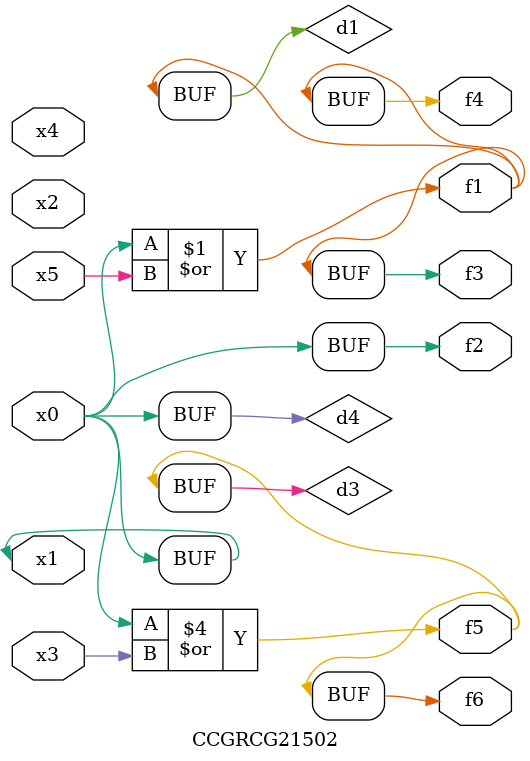
<source format=v>
module CCGRCG21502(
	input x0, x1, x2, x3, x4, x5,
	output f1, f2, f3, f4, f5, f6
);

	wire d1, d2, d3, d4;

	or (d1, x0, x5);
	xnor (d2, x1, x4);
	or (d3, x0, x3);
	buf (d4, x0, x1);
	assign f1 = d1;
	assign f2 = d4;
	assign f3 = d1;
	assign f4 = d1;
	assign f5 = d3;
	assign f6 = d3;
endmodule

</source>
